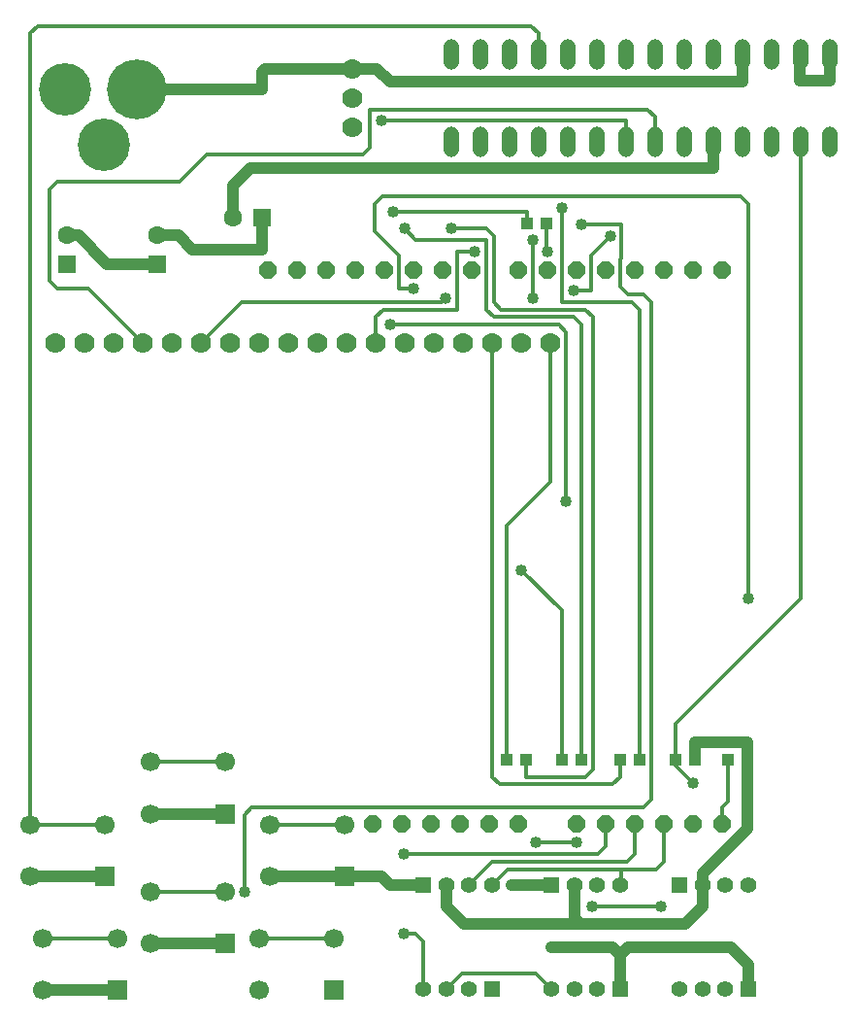
<source format=gbr>
G04 DipTrace 3.3.1.3*
G04 Top.gbr*
%MOIN*%
G04 #@! TF.FileFunction,Copper,L1,Top*
G04 #@! TF.Part,Single*
%AMOUTLINE0*
4,1,20,
-0.02608,0.026058,
-0.024514,0.034979,
-0.019993,0.042827,
-0.013059,0.048655,
-0.004551,0.05176,
0.004507,0.051768,
0.01302,0.048677,
0.019963,0.042861,
0.0245,0.035021,
0.02608,0.026102,
0.02608,-0.026058,
0.024514,-0.034979,
0.019993,-0.042827,
0.013059,-0.048655,
0.004551,-0.05176,
-0.004507,-0.051768,
-0.01302,-0.048677,
-0.019963,-0.042861,
-0.0245,-0.035021,
-0.02608,-0.026102,
-0.02608,0.026058,
0*%
%AMOUTLINE3*
4,1,8,
0.030488,-0.012629,
0.012629,-0.030488,
-0.012629,-0.030488,
-0.030488,-0.012629,
-0.030488,0.012629,
-0.012629,0.030488,
0.012629,0.030488,
0.030488,0.012629,
0.030488,-0.012629,
0*%
G04 #@! TA.AperFunction,Conductor*
%ADD13C,0.012992*%
G04 #@! TA.AperFunction,ViaPad*
%ADD14C,0.04*%
G04 #@! TA.AperFunction,Conductor*
%ADD15C,0.03937*%
G04 #@! TA.AperFunction,ComponentPad*
%ADD16R,0.055118X0.055118*%
%ADD17C,0.055118*%
%ADD18R,0.062992X0.062992*%
%ADD19C,0.062992*%
%ADD20C,0.062992*%
%ADD21R,0.043307X0.03937*%
G04 #@! TA.AperFunction,ComponentPad*
%ADD25C,0.07*%
%ADD26R,0.066929X0.066929*%
%ADD27C,0.066929*%
%ADD29C,0.205354*%
%ADD30C,0.179685*%
%ADD65OUTLINE0*%
%ADD68OUTLINE3*%
%FSLAX26Y26*%
G04*
G70*
G90*
G75*
G01*
G04 Top*
%LPD*%
X2423700Y989212D2*
D13*
X2283322D1*
X2337480Y485432D2*
X2283425Y539487D1*
X2030274D1*
X1976220Y485432D1*
X1897480D2*
Y650641D1*
X1871496Y676625D1*
X1830562D1*
Y949724D2*
X2497716D1*
X2523700Y975708D1*
Y1053700D1*
X2623700D2*
Y949723D1*
X2597716Y923739D1*
X2134999D1*
X2054960Y843700D1*
X2723700Y1053700D2*
Y923739D1*
X2697716Y897755D1*
X2578621D1*
X2187755D1*
X2133700Y843700D1*
X2573700D2*
X2578621Y848621D1*
Y897755D1*
X2476220Y768704D2*
X2713165D1*
X2388503Y2159113D2*
Y2739685D1*
X2362519Y2765669D1*
X1785259D1*
X1863700Y2890216D2*
X1813676D1*
Y3003677D1*
X1731586Y3085767D1*
Y3179881D1*
X1757570Y3205865D1*
X2987181D1*
X3013165Y3179881D1*
Y1827842D1*
X2893700Y3393700D2*
D14*
Y3301932D1*
X1578700D1*
X2573700Y485432D2*
Y602716D1*
X2599684Y628700D1*
X2777480D1*
X983700Y2973700D2*
X812130D1*
X713705Y3072125D1*
X673700D1*
X1897480Y843700D2*
X1785566D1*
X1755566Y873700D1*
X1626535D1*
X846535Y483700D2*
X590629D1*
X803700Y873700D2*
X547794D1*
X2337480Y843700D2*
X2201263D1*
X2573700Y602716D2*
X2547716Y628700D1*
X2337480D1*
X960629Y1087794D2*
X1034094D1*
X1216535D1*
X960629Y643700D2*
X1034094D1*
X1216535D1*
X1578700Y3301932D2*
X1303700D1*
X1243700Y3241932D1*
Y3133700D1*
X2777480Y628700D2*
X2953700D1*
X3013700Y568700D1*
Y485432D1*
X1626535Y873700D2*
X1444094D1*
X1370629D1*
X3193700Y3693700D2*
X3189193D1*
Y3601932D1*
X3293700D1*
Y3693700D1*
X590629Y660865D2*
D13*
X846535D1*
X2413165Y2883109D2*
X2473676D1*
Y3003554D1*
X2539271Y3069149D1*
X1626535Y1050865D2*
X1370629D1*
X1282991Y820865D2*
Y1084699D1*
X1308976Y1110684D1*
X2655790D1*
X2681775Y1136669D1*
Y2843622D1*
X2655791Y2869606D1*
X2599660D1*
X2573676Y2895590D1*
Y2988274D1*
X2578759Y2993357D1*
Y3108637D1*
X2439271D1*
X1216535Y820865D2*
X960629D1*
Y1264960D2*
X1216535D1*
X803700Y1050865D2*
X547794D1*
Y3764956D1*
X573778Y3790940D1*
X2267716D1*
X2293700Y3764956D1*
Y3693700D1*
X2373676Y3166377D2*
Y2843621D1*
X2614646D1*
X2640629Y2817638D1*
Y1273700D1*
X1833661Y3095133D2*
X1872125Y3056669D1*
X2113676D1*
Y2817638D1*
X2139661Y2791653D1*
X2414645D1*
X2440629Y2765669D1*
Y1273700D1*
X1993700Y3096157D2*
X2113676D1*
X2139661Y3070172D1*
Y2843621D1*
X2165645Y2817637D1*
X2455791D1*
X2481775Y2791653D1*
Y1240605D1*
X2455791Y1214621D1*
X2250629D1*
Y1273700D1*
X2072676Y3017180D2*
X2013676D1*
Y2817637D1*
X1760000D1*
X1734015Y2791652D1*
Y2704172D1*
X2273676Y3056669D2*
Y2857125D1*
X1973503D2*
X1959999Y2843621D1*
X1273464D1*
X1134015Y2704172D1*
X1754684Y3464956D2*
X2593700D1*
Y3393700D1*
X2693700D2*
Y3478460D1*
X2667716Y3504444D1*
X1715196D1*
Y3374412D1*
X1689212Y3348428D1*
X1153330D1*
X1060342Y3255440D1*
X641692D1*
X615708Y3229456D1*
Y2915708D1*
X641692Y2889724D1*
X748463D1*
X934015Y2704172D1*
X2323700Y3017180D2*
X2320629Y3020251D1*
Y3113700D1*
X2334015Y2704172D2*
Y2227520D1*
X2183700Y2077205D1*
Y1273700D1*
X2234015Y1924672D2*
X2373700Y1784987D1*
Y1273700D1*
X2134015Y2704172D2*
Y1214621D1*
X2159999Y1188637D1*
X2547715D1*
X2573700Y1214622D1*
Y1273700D1*
X1794172Y3152873D2*
X2253700D1*
Y3113700D1*
X1589369Y660865D2*
X1333464D1*
X2923700Y1053700D2*
Y1110685D1*
X2943700Y1130685D1*
Y1273700D1*
X2823700Y1193700D2*
X2763700Y1253700D1*
Y1273700D1*
Y1397184D1*
X3193700Y1827184D1*
Y3393700D1*
X1976220Y843700D2*
D14*
Y768704D1*
X2036220Y708704D1*
X2436220D1*
X2416220Y728704D1*
Y843700D1*
X2436220Y708704D2*
X2462720D1*
X913700Y3573700D2*
X1343700D1*
Y3633700D1*
Y3133700D2*
Y3024188D1*
X1104480D1*
X1056543Y3072125D1*
X983700D1*
X3010629Y1273700D2*
D15*
Y1333070D1*
X2830629D1*
Y1273700D1*
X2856220Y843700D2*
Y883384D1*
X3010629Y1037793D1*
Y1273700D1*
X2462720Y708704D2*
D14*
X2796220D1*
X2856220Y768704D1*
Y843700D1*
X2738208Y3598464D2*
X2993700D1*
Y3693700D1*
X1653700Y3643700D2*
X1739074D1*
X1784310Y3598464D1*
X2738208D1*
X1343700Y3633700D2*
X1353700Y3643700D1*
X1653700D1*
X2283322Y989212D3*
X2423700D3*
X1830562Y676625D3*
Y949724D3*
X2713165Y768704D3*
X2476220D3*
X1785259Y2765669D3*
X2388503Y2159113D3*
X3013165Y1827842D3*
X1863700Y2890216D3*
X1578700Y3301932D3*
X2337480Y628700D3*
X2201263Y843700D3*
X2777480Y628700D3*
X2539271Y3069149D3*
X2413165Y2883109D3*
X2439271Y3108637D3*
X1282991Y820865D3*
X2373676Y3166377D3*
X1833661Y3095133D3*
X1993700Y3096157D3*
X2072676Y3017180D3*
X1973503Y2857125D3*
X2273676D3*
Y3056669D3*
X1754684Y3464956D3*
X2323700Y3017180D3*
X2234015Y1924672D3*
X1794172Y3152873D3*
X2823700Y1193700D3*
X2462720Y708704D3*
X2738208Y3598464D3*
X1343700Y3633700D3*
D16*
X2133700Y485432D3*
D17*
X2054960D3*
X1976220D3*
X1897480D3*
D16*
Y843700D3*
D17*
X1976220D3*
X2054960D3*
X2133700D3*
D18*
X1343700Y3133700D3*
D19*
X1243700D3*
D16*
X2573700Y485432D3*
D17*
X2494960D3*
X2416220D3*
X2337480D3*
D16*
Y843700D3*
D17*
X2416220D3*
X2494960D3*
X2573700D3*
D16*
X3013700Y485432D3*
D17*
X2934960D3*
X2856220D3*
X2777480D3*
D16*
Y843700D3*
D17*
X2856220D3*
X2934960D3*
X3013700D3*
D18*
X983700Y2973700D3*
D20*
Y3072125D3*
D18*
X673700Y2973700D3*
D20*
Y3072125D3*
D21*
X2943700Y1273700D3*
X3010629D3*
X2763700D3*
X2830629D3*
X2573700D3*
X2640629D3*
X2373700D3*
X2440629D3*
X2183700D3*
X2250629D3*
X2253700Y3113700D3*
X2320629D3*
D65*
X1993700Y3393700D3*
X2093700D3*
X2193700D3*
X2293700D3*
X2393700D3*
X2493700D3*
X2593700D3*
X2693700D3*
X2793700D3*
X2893700D3*
X2993700D3*
X3093700D3*
X3193700D3*
X3293700D3*
Y3693700D3*
X3193700D3*
X3093700D3*
X2993700D3*
X2893700D3*
X2793700D3*
X2693700D3*
X2593700D3*
X2493700D3*
X2393700D3*
X2293700D3*
X2193700D3*
X2093700D3*
X1993700D3*
D68*
X2523700Y2953700D3*
X2423700Y1053700D3*
X2623700Y2953700D3*
X2723700D3*
X2823700D3*
X2923700D3*
X2423700D3*
X2323700D3*
X2223700D3*
X2063700D3*
X1963700D3*
X1863700D3*
X1763700D3*
X1663700D3*
X1563700D3*
X1463700D3*
X1363700D3*
X2523700Y1053700D3*
X2623700D3*
X2723700D3*
X2823700D3*
X2923700D3*
X2223700D3*
X2123700D3*
X2023700D3*
X1923700D3*
X1823700D3*
X1723700D3*
D25*
X634015Y2704172D3*
X734015D3*
X834015D3*
X934015D3*
X1034015D3*
X1134015D3*
X1234015D3*
X1334015D3*
X1434015D3*
X1534015D3*
X1634015D3*
X1734015D3*
X1834015D3*
X1934015D3*
X2034015D3*
X2134015D3*
X2234015D3*
X2334015D3*
X1653700Y3543700D3*
Y3443700D3*
Y3643700D3*
D26*
X803700Y873700D3*
D27*
Y1050865D3*
X547794D3*
Y873700D3*
D26*
X1626535D3*
D27*
Y1050865D3*
X1370629D3*
Y873700D3*
D26*
X1216535Y1087794D3*
D27*
Y1264960D3*
X960629D3*
Y1087794D3*
D26*
X1216535Y643700D3*
D27*
Y820865D3*
X960629D3*
Y643700D3*
D26*
X846535Y483700D3*
D27*
Y660865D3*
X590629D3*
Y483700D3*
D29*
X913700Y3573700D3*
D30*
X667637D3*
X801495Y3384724D3*
D26*
X1589369Y483700D3*
D27*
Y660865D3*
X1333464D3*
Y483700D3*
M02*

</source>
